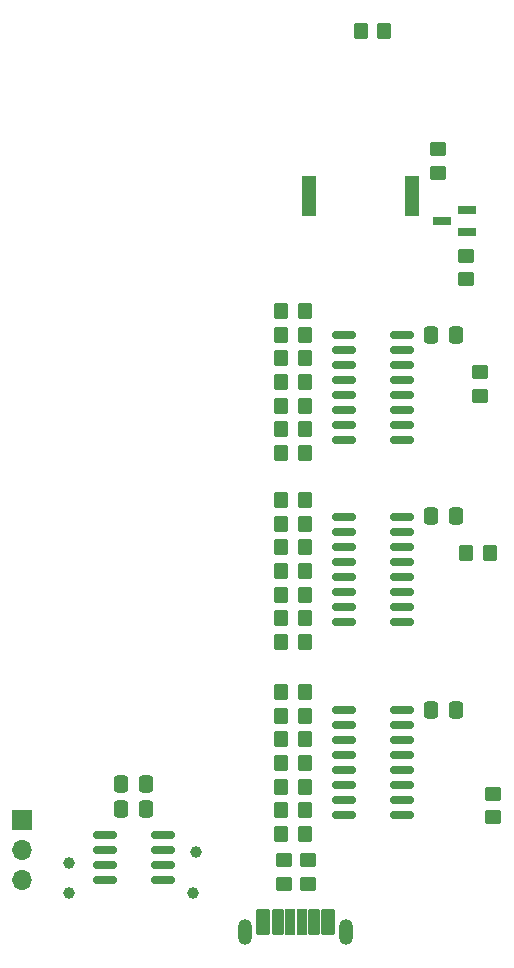
<source format=gbr>
G04 #@! TF.GenerationSoftware,KiCad,Pcbnew,8.0.7-8.0.7-0~ubuntu24.04.1*
G04 #@! TF.CreationDate,2025-01-03T20:46:55-06:00*
G04 #@! TF.ProjectId,christmas-tree,63687269-7374-46d6-9173-2d747265652e,rev?*
G04 #@! TF.SameCoordinates,Original*
G04 #@! TF.FileFunction,Soldermask,Top*
G04 #@! TF.FilePolarity,Negative*
%FSLAX46Y46*%
G04 Gerber Fmt 4.6, Leading zero omitted, Abs format (unit mm)*
G04 Created by KiCad (PCBNEW 8.0.7-8.0.7-0~ubuntu24.04.1) date 2025-01-03 20:46:55*
%MOMM*%
%LPD*%
G01*
G04 APERTURE LIST*
G04 Aperture macros list*
%AMRoundRect*
0 Rectangle with rounded corners*
0 $1 Rounding radius*
0 $2 $3 $4 $5 $6 $7 $8 $9 X,Y pos of 4 corners*
0 Add a 4 corners polygon primitive as box body*
4,1,4,$2,$3,$4,$5,$6,$7,$8,$9,$2,$3,0*
0 Add four circle primitives for the rounded corners*
1,1,$1+$1,$2,$3*
1,1,$1+$1,$4,$5*
1,1,$1+$1,$6,$7*
1,1,$1+$1,$8,$9*
0 Add four rect primitives between the rounded corners*
20,1,$1+$1,$2,$3,$4,$5,0*
20,1,$1+$1,$4,$5,$6,$7,0*
20,1,$1+$1,$6,$7,$8,$9,0*
20,1,$1+$1,$8,$9,$2,$3,0*%
G04 Aperture macros list end*
%ADD10R,1.300000X3.400000*%
%ADD11RoundRect,0.250000X0.450000X-0.350000X0.450000X0.350000X-0.450000X0.350000X-0.450000X-0.350000X0*%
%ADD12RoundRect,0.150000X-0.825000X-0.150000X0.825000X-0.150000X0.825000X0.150000X-0.825000X0.150000X0*%
%ADD13RoundRect,0.070000X0.650000X0.300000X-0.650000X0.300000X-0.650000X-0.300000X0.650000X-0.300000X0*%
%ADD14RoundRect,0.250000X0.350000X0.450000X-0.350000X0.450000X-0.350000X-0.450000X0.350000X-0.450000X0*%
%ADD15R,1.700000X1.700000*%
%ADD16O,1.700000X1.700000*%
%ADD17C,1.000000*%
%ADD18RoundRect,0.250000X-0.337500X-0.475000X0.337500X-0.475000X0.337500X0.475000X-0.337500X0.475000X0*%
%ADD19RoundRect,0.250000X-0.450000X0.350000X-0.450000X-0.350000X0.450000X-0.350000X0.450000X0.350000X0*%
%ADD20RoundRect,0.250000X-0.350000X-0.450000X0.350000X-0.450000X0.350000X0.450000X-0.350000X0.450000X0*%
%ADD21RoundRect,0.102000X0.350000X1.000000X-0.350000X1.000000X-0.350000X-1.000000X0.350000X-1.000000X0*%
%ADD22RoundRect,0.102000X0.400000X1.000000X-0.400000X1.000000X-0.400000X-1.000000X0.400000X-1.000000X0*%
%ADD23RoundRect,0.102000X0.450000X1.000000X-0.450000X1.000000X-0.450000X-1.000000X0.450000X-1.000000X0*%
%ADD24O,1.204000X2.204000*%
G04 APERTURE END LIST*
D10*
G04 #@! TO.C,BZ1*
X155121600Y-71537600D03*
X163821600Y-71537600D03*
G04 #@! TD*
D11*
G04 #@! TO.C,R2*
X152971600Y-129787600D03*
X152971600Y-127787600D03*
G04 #@! TD*
G04 #@! TO.C,R19*
X168410376Y-78572056D03*
X168410376Y-76572056D03*
G04 #@! TD*
D12*
G04 #@! TO.C,U2*
X158021600Y-115037600D03*
X158021600Y-116307600D03*
X158021600Y-117577600D03*
X158021600Y-118847600D03*
X158021600Y-120117600D03*
X158021600Y-121387600D03*
X158021600Y-122657600D03*
X158021600Y-123927600D03*
X162971600Y-123927600D03*
X162971600Y-122657600D03*
X162971600Y-121387600D03*
X162971600Y-120117600D03*
X162971600Y-118847600D03*
X162971600Y-117577600D03*
X162971600Y-116307600D03*
X162971600Y-115037600D03*
G04 #@! TD*
D13*
G04 #@! TO.C,Q1*
X168421600Y-74574300D03*
X168421600Y-72674300D03*
X166321600Y-73624300D03*
G04 #@! TD*
D14*
G04 #@! TO.C,R5*
X154721600Y-115537600D03*
X152721600Y-115537600D03*
G04 #@! TD*
D12*
G04 #@! TO.C,U4*
X158021600Y-83287600D03*
X158021600Y-84557600D03*
X158021600Y-85827600D03*
X158021600Y-87097600D03*
X158021600Y-88367600D03*
X158021600Y-89637600D03*
X158021600Y-90907600D03*
X158021600Y-92177600D03*
X162971600Y-92177600D03*
X162971600Y-90907600D03*
X162971600Y-89637600D03*
X162971600Y-88367600D03*
X162971600Y-87097600D03*
X162971600Y-85827600D03*
X162971600Y-84557600D03*
X162971600Y-83287600D03*
G04 #@! TD*
D14*
G04 #@! TO.C,R27*
X154721600Y-91287600D03*
X152721600Y-91287600D03*
G04 #@! TD*
D12*
G04 #@! TO.C,U1*
X137771600Y-125632600D03*
X137771600Y-126902600D03*
X137771600Y-128172600D03*
X137771600Y-129442600D03*
X142721600Y-129442600D03*
X142721600Y-128172600D03*
X142721600Y-126902600D03*
X142721600Y-125632600D03*
G04 #@! TD*
D15*
G04 #@! TO.C,J2*
X130804481Y-124393201D03*
D16*
X130804481Y-126933202D03*
X130804480Y-129473200D03*
G04 #@! TD*
D17*
G04 #@! TO.C,TP4*
X134746600Y-130537600D03*
G04 #@! TD*
D18*
G04 #@! TO.C,C4*
X139184100Y-121287600D03*
X141259100Y-121287600D03*
G04 #@! TD*
D17*
G04 #@! TO.C,TP7*
X145496600Y-127037600D03*
G04 #@! TD*
D19*
G04 #@! TO.C,R21*
X169594696Y-86459196D03*
X169594696Y-88459196D03*
G04 #@! TD*
D18*
G04 #@! TO.C,C1*
X139184100Y-123442600D03*
X141259100Y-123442600D03*
G04 #@! TD*
D17*
G04 #@! TO.C,TP5*
X145246600Y-130537600D03*
G04 #@! TD*
D14*
G04 #@! TO.C,R22*
X154721600Y-81287600D03*
X152721600Y-81287600D03*
G04 #@! TD*
D20*
G04 #@! TO.C,R29*
X159471600Y-57537600D03*
X161471600Y-57537600D03*
G04 #@! TD*
D18*
G04 #@! TO.C,C3*
X165434100Y-98612600D03*
X167509100Y-98612600D03*
G04 #@! TD*
D19*
G04 #@! TO.C,R3*
X170694768Y-122134800D03*
X170694768Y-124134800D03*
G04 #@! TD*
D14*
G04 #@! TO.C,R4*
X154721600Y-113537600D03*
X152721600Y-113537600D03*
G04 #@! TD*
G04 #@! TO.C,R9*
X154721600Y-123537600D03*
X152721600Y-123537600D03*
G04 #@! TD*
G04 #@! TO.C,R18*
X154721600Y-109287600D03*
X152721600Y-109287600D03*
G04 #@! TD*
G04 #@! TO.C,R14*
X154721600Y-101287600D03*
X152721600Y-101287600D03*
G04 #@! TD*
G04 #@! TO.C,R12*
X154721600Y-97287600D03*
X152721600Y-97287600D03*
G04 #@! TD*
D11*
G04 #@! TO.C,R20*
X165993455Y-69555307D03*
X165993455Y-67555307D03*
G04 #@! TD*
D20*
G04 #@! TO.C,R11*
X168395565Y-101714535D03*
X170395565Y-101714535D03*
G04 #@! TD*
D14*
G04 #@! TO.C,R23*
X154721600Y-83287600D03*
X152721600Y-83287600D03*
G04 #@! TD*
D21*
G04 #@! TO.C,J1*
X154451600Y-133037600D03*
D22*
X152431600Y-133037600D03*
D23*
X151201600Y-133037600D03*
D21*
X153451600Y-133037600D03*
D22*
X155471600Y-133037600D03*
D23*
X156701600Y-133037600D03*
D24*
X149681600Y-133837600D03*
X158221600Y-133837600D03*
G04 #@! TD*
D14*
G04 #@! TO.C,R8*
X154721600Y-121537600D03*
X152721600Y-121537600D03*
G04 #@! TD*
D17*
G04 #@! TO.C,TP6*
X134746600Y-128037600D03*
G04 #@! TD*
D14*
G04 #@! TO.C,R6*
X154721600Y-117537600D03*
X152721600Y-117537600D03*
G04 #@! TD*
G04 #@! TO.C,R26*
X154721600Y-89287600D03*
X152721600Y-89287600D03*
G04 #@! TD*
D18*
G04 #@! TO.C,C5*
X165434100Y-83287600D03*
X167509100Y-83287600D03*
G04 #@! TD*
D14*
G04 #@! TO.C,R24*
X154721600Y-85287600D03*
X152721600Y-85287600D03*
G04 #@! TD*
G04 #@! TO.C,R15*
X154721600Y-103287600D03*
X152721600Y-103287600D03*
G04 #@! TD*
G04 #@! TO.C,R28*
X154721600Y-93287600D03*
X152721600Y-93287600D03*
G04 #@! TD*
D12*
G04 #@! TO.C,U3*
X158021600Y-98667600D03*
X158021600Y-99937600D03*
X158021600Y-101207600D03*
X158021600Y-102477600D03*
X158021600Y-103747600D03*
X158021600Y-105017600D03*
X158021600Y-106287600D03*
X158021600Y-107557600D03*
X162971600Y-107557600D03*
X162971600Y-106287600D03*
X162971600Y-105017600D03*
X162971600Y-103747600D03*
X162971600Y-102477600D03*
X162971600Y-101207600D03*
X162971600Y-99937600D03*
X162971600Y-98667600D03*
G04 #@! TD*
D18*
G04 #@! TO.C,C2*
X165434100Y-115037600D03*
X167509100Y-115037600D03*
G04 #@! TD*
D14*
G04 #@! TO.C,R25*
X154721600Y-87287600D03*
X152721600Y-87287600D03*
G04 #@! TD*
D11*
G04 #@! TO.C,R1*
X154971600Y-129787600D03*
X154971600Y-127787600D03*
G04 #@! TD*
D14*
G04 #@! TO.C,R13*
X154721600Y-99287600D03*
X152721600Y-99287600D03*
G04 #@! TD*
G04 #@! TO.C,R16*
X154721600Y-105287600D03*
X152721600Y-105287600D03*
G04 #@! TD*
G04 #@! TO.C,R17*
X154721600Y-107287600D03*
X152721600Y-107287600D03*
G04 #@! TD*
G04 #@! TO.C,R10*
X154721600Y-125537600D03*
X152721600Y-125537600D03*
G04 #@! TD*
G04 #@! TO.C,R7*
X154721600Y-119537600D03*
X152721600Y-119537600D03*
G04 #@! TD*
M02*

</source>
